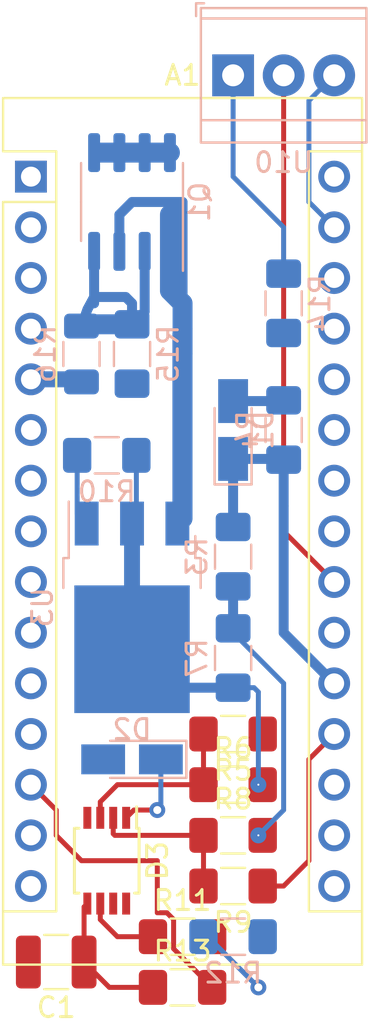
<source format=kicad_pcb>
(kicad_pcb (version 20171130) (host pcbnew "(5.1.6)-1")

  (general
    (thickness 1.6)
    (drawings 0)
    (tracks 115)
    (zones 0)
    (modules 22)
    (nets 41)
  )

  (page A4)
  (layers
    (0 F.Cu signal)
    (31 B.Cu signal)
    (32 B.Adhes user)
    (33 F.Adhes user)
    (34 B.Paste user)
    (35 F.Paste user)
    (36 B.SilkS user)
    (37 F.SilkS user)
    (38 B.Mask user)
    (39 F.Mask user)
    (40 Dwgs.User user)
    (41 Cmts.User user)
    (42 Eco1.User user)
    (43 Eco2.User user)
    (44 Edge.Cuts user)
    (45 Margin user)
    (46 B.CrtYd user)
    (47 F.CrtYd user)
    (48 B.Fab user hide)
    (49 F.Fab user hide)
  )

  (setup
    (last_trace_width 0.25)
    (trace_clearance 0.2)
    (zone_clearance 0.508)
    (zone_45_only no)
    (trace_min 0.2)
    (via_size 0.8)
    (via_drill 0.4)
    (via_min_size 0.4)
    (via_min_drill 0.3)
    (uvia_size 0.3)
    (uvia_drill 0.1)
    (uvias_allowed no)
    (uvia_min_size 0.2)
    (uvia_min_drill 0.1)
    (edge_width 0.05)
    (segment_width 0.2)
    (pcb_text_width 0.3)
    (pcb_text_size 1.5 1.5)
    (mod_edge_width 0.12)
    (mod_text_size 1 1)
    (mod_text_width 0.15)
    (pad_size 1.524 1.524)
    (pad_drill 0.762)
    (pad_to_mask_clearance 0.05)
    (aux_axis_origin 0 0)
    (visible_elements 7FFFFFFF)
    (pcbplotparams
      (layerselection 0x010fc_ffffffff)
      (usegerberextensions false)
      (usegerberattributes true)
      (usegerberadvancedattributes true)
      (creategerberjobfile true)
      (excludeedgelayer true)
      (linewidth 0.100000)
      (plotframeref false)
      (viasonmask false)
      (mode 1)
      (useauxorigin false)
      (hpglpennumber 1)
      (hpglpenspeed 20)
      (hpglpendiameter 15.000000)
      (psnegative false)
      (psa4output false)
      (plotreference true)
      (plotvalue true)
      (plotinvisibletext false)
      (padsonsilk false)
      (subtractmaskfromsilk false)
      (outputformat 1)
      (mirror false)
      (drillshape 1)
      (scaleselection 1)
      (outputdirectory ""))
  )

  (net 0 "")
  (net 1 "Net-(A1-Pad16)")
  (net 2 "Net-(A1-Pad15)")
  (net 3 +10V)
  (net 4 "Net-(A1-Pad14)")
  (net 5 "Net-(A1-Pad13)")
  (net 6 "Net-(A1-Pad28)")
  (net 7 "Net-(A1-Pad12)")
  (net 8 "Net-(A1-Pad27)")
  (net 9 "Net-(A1-Pad11)")
  (net 10 "Net-(A1-Pad26)")
  (net 11 "Net-(A1-Pad10)")
  (net 12 "Net-(A1-Pad25)")
  (net 13 "Net-(A1-Pad9)")
  (net 14 "Net-(A1-Pad24)")
  (net 15 "Net-(A1-Pad8)")
  (net 16 "Net-(A1-Pad23)")
  (net 17 "Net-(A1-Pad7)")
  (net 18 "Net-(A1-Pad22)")
  (net 19 "Net-(A1-Pad6)")
  (net 20 "Net-(A1-Pad21)")
  (net 21 "Net-(A1-Pad5)")
  (net 22 /A1)
  (net 23 GND)
  (net 24 "Net-(A1-Pad3)")
  (net 25 "Net-(A1-Pad18)")
  (net 26 "Net-(A1-Pad2)")
  (net 27 "Net-(A1-Pad17)")
  (net 28 "Net-(A1-Pad1)")
  (net 29 "Net-(Q1-Pad2)")
  (net 30 "Net-(C1-Pad1)")
  (net 31 "Net-(Q1-Pad7)")
  (net 32 "Net-(R1-Pad2)")
  (net 33 "Net-(R10-Pad2)")
  (net 34 "Net-(R14-Pad2)")
  (net 35 "Net-(D3-Pad7)")
  (net 36 "Net-(D3-Pad3)")
  (net 37 "Net-(D3-Pad6)")
  (net 38 "Net-(D3-Pad2)")
  (net 39 /1)
  (net 40 /VIN)

  (net_class Default "This is the default net class."
    (clearance 0.2)
    (trace_width 0.25)
    (via_dia 0.8)
    (via_drill 0.4)
    (uvia_dia 0.3)
    (uvia_drill 0.1)
    (add_net +10V)
    (add_net /1)
    (add_net /A1)
    (add_net /VIN)
    (add_net GND)
    (add_net "Net-(A1-Pad1)")
    (add_net "Net-(A1-Pad10)")
    (add_net "Net-(A1-Pad11)")
    (add_net "Net-(A1-Pad12)")
    (add_net "Net-(A1-Pad13)")
    (add_net "Net-(A1-Pad14)")
    (add_net "Net-(A1-Pad15)")
    (add_net "Net-(A1-Pad16)")
    (add_net "Net-(A1-Pad17)")
    (add_net "Net-(A1-Pad18)")
    (add_net "Net-(A1-Pad2)")
    (add_net "Net-(A1-Pad21)")
    (add_net "Net-(A1-Pad22)")
    (add_net "Net-(A1-Pad23)")
    (add_net "Net-(A1-Pad24)")
    (add_net "Net-(A1-Pad25)")
    (add_net "Net-(A1-Pad26)")
    (add_net "Net-(A1-Pad27)")
    (add_net "Net-(A1-Pad28)")
    (add_net "Net-(A1-Pad3)")
    (add_net "Net-(A1-Pad5)")
    (add_net "Net-(A1-Pad6)")
    (add_net "Net-(A1-Pad7)")
    (add_net "Net-(A1-Pad8)")
    (add_net "Net-(A1-Pad9)")
    (add_net "Net-(C1-Pad1)")
    (add_net "Net-(D3-Pad2)")
    (add_net "Net-(D3-Pad3)")
    (add_net "Net-(D3-Pad6)")
    (add_net "Net-(D3-Pad7)")
    (add_net "Net-(Q1-Pad2)")
    (add_net "Net-(Q1-Pad7)")
    (add_net "Net-(R1-Pad2)")
    (add_net "Net-(R10-Pad2)")
    (add_net "Net-(R14-Pad2)")
  )

  (module Package_SO:TSSOP-8_3x3mm_P0.65mm (layer F.Cu) (tedit 5A02F25C) (tstamp 5F479A32)
    (at 82.55 133.35 270)
    (descr "TSSOP8: plastic thin shrink small outline package; 8 leads; body width 3 mm; (see NXP SSOP-TSSOP-VSO-REFLOW.pdf and sot505-1_po.pdf)")
    (tags "SSOP 0.65")
    (path /5F4B2699)
    (attr smd)
    (fp_text reference D3 (at 0 -2.55 90) (layer F.SilkS)
      (effects (font (size 1 1) (thickness 0.15)))
    )
    (fp_text value lm358_11 (at 0 2.55 90) (layer F.Fab)
      (effects (font (size 1 1) (thickness 0.15)))
    )
    (fp_text user %R (at 0 0 90) (layer F.Fab)
      (effects (font (size 0.6 0.6) (thickness 0.15)))
    )
    (fp_line (start -0.5 -1.5) (end 1.5 -1.5) (layer F.Fab) (width 0.15))
    (fp_line (start 1.5 -1.5) (end 1.5 1.5) (layer F.Fab) (width 0.15))
    (fp_line (start 1.5 1.5) (end -1.5 1.5) (layer F.Fab) (width 0.15))
    (fp_line (start -1.5 1.5) (end -1.5 -0.5) (layer F.Fab) (width 0.15))
    (fp_line (start -1.5 -0.5) (end -0.5 -1.5) (layer F.Fab) (width 0.15))
    (fp_line (start -2.95 -1.8) (end -2.95 1.8) (layer F.CrtYd) (width 0.05))
    (fp_line (start 2.95 -1.8) (end 2.95 1.8) (layer F.CrtYd) (width 0.05))
    (fp_line (start -2.95 -1.8) (end 2.95 -1.8) (layer F.CrtYd) (width 0.05))
    (fp_line (start -2.95 1.8) (end 2.95 1.8) (layer F.CrtYd) (width 0.05))
    (fp_line (start -1.625 -1.625) (end -1.625 -1.5) (layer F.SilkS) (width 0.15))
    (fp_line (start 1.625 -1.625) (end 1.625 -1.4) (layer F.SilkS) (width 0.15))
    (fp_line (start 1.625 1.625) (end 1.625 1.4) (layer F.SilkS) (width 0.15))
    (fp_line (start -1.625 1.625) (end -1.625 1.4) (layer F.SilkS) (width 0.15))
    (fp_line (start -1.625 -1.625) (end 1.625 -1.625) (layer F.SilkS) (width 0.15))
    (fp_line (start -1.625 1.625) (end 1.625 1.625) (layer F.SilkS) (width 0.15))
    (fp_line (start -1.625 -1.5) (end -2.7 -1.5) (layer F.SilkS) (width 0.15))
    (pad 8 smd rect (at 2.15 -0.975 270) (size 1.1 0.4) (layers F.Cu F.Paste F.Mask)
      (net 40 /VIN))
    (pad 7 smd rect (at 2.15 -0.325 270) (size 1.1 0.4) (layers F.Cu F.Paste F.Mask)
      (net 35 "Net-(D3-Pad7)"))
    (pad 6 smd rect (at 2.15 0.325 270) (size 1.1 0.4) (layers F.Cu F.Paste F.Mask)
      (net 37 "Net-(D3-Pad6)"))
    (pad 5 smd rect (at 2.15 0.975 270) (size 1.1 0.4) (layers F.Cu F.Paste F.Mask)
      (net 30 "Net-(C1-Pad1)"))
    (pad 4 smd rect (at -2.15 0.975 270) (size 1.1 0.4) (layers F.Cu F.Paste F.Mask)
      (net 23 GND))
    (pad 3 smd rect (at -2.15 0.325 270) (size 1.1 0.4) (layers F.Cu F.Paste F.Mask)
      (net 36 "Net-(D3-Pad3)"))
    (pad 2 smd rect (at -2.15 -0.325 270) (size 1.1 0.4) (layers F.Cu F.Paste F.Mask)
      (net 38 "Net-(D3-Pad2)"))
    (pad 1 smd rect (at -2.15 -0.975 270) (size 1.1 0.4) (layers F.Cu F.Paste F.Mask)
      (net 39 /1))
    (model ${KISYS3DMOD}/Package_SO.3dshapes/TSSOP-8_3x3mm_P0.65mm.wrl
      (at (xyz 0 0 0))
      (scale (xyz 1 1 1))
      (rotate (xyz 0 0 0))
    )
  )

  (module TerminalBlock_TE-Connectivity:TerminalBlock_TE_282834-3_1x03_P2.54mm_Horizontal (layer B.Cu) (tedit 5B1EC513) (tstamp 5F46DC91)
    (at 88.9 93.98)
    (descr "Terminal Block TE 282834-3, 3 pins, pitch 2.54mm, size 8.08x6.5mm^2, drill diamater 1.1mm, pad diameter 2.1mm, see http://www.te.com/commerce/DocumentDelivery/DDEController?Action=showdoc&DocId=Customer+Drawing%7F282834%7FC1%7Fpdf%7FEnglish%7FENG_CD_282834_C1.pdf, script-generated using https://github.com/pointhi/kicad-footprint-generator/scripts/TerminalBlock_TE-Connectivity")
    (tags "THT Terminal Block TE 282834-3 pitch 2.54mm size 8.08x6.5mm^2 drill 1.1mm pad 2.1mm")
    (path /5F400023)
    (fp_text reference U10 (at 2.54 4.37) (layer B.SilkS)
      (effects (font (size 1 1) (thickness 0.15)) (justify mirror))
    )
    (fp_text value LM355 (at 2.54 -4.37) (layer B.Fab)
      (effects (font (size 1 1) (thickness 0.15)) (justify mirror))
    )
    (fp_line (start 7.08 3.75) (end -2 3.75) (layer B.CrtYd) (width 0.05))
    (fp_line (start 7.08 -3.75) (end 7.08 3.75) (layer B.CrtYd) (width 0.05))
    (fp_line (start -2 -3.75) (end 7.08 -3.75) (layer B.CrtYd) (width 0.05))
    (fp_line (start -2 3.75) (end -2 -3.75) (layer B.CrtYd) (width 0.05))
    (fp_line (start -1.86 -3.61) (end -1.46 -3.61) (layer B.SilkS) (width 0.12))
    (fp_line (start -1.86 -2.97) (end -1.86 -3.61) (layer B.SilkS) (width 0.12))
    (fp_line (start 5.781 0.835) (end 4.246 -0.7) (layer B.Fab) (width 0.1))
    (fp_line (start 5.915 0.7) (end 4.38 -0.835) (layer B.Fab) (width 0.1))
    (fp_line (start 3.241 0.835) (end 1.706 -0.7) (layer B.Fab) (width 0.1))
    (fp_line (start 3.375 0.7) (end 1.84 -0.835) (layer B.Fab) (width 0.1))
    (fp_line (start 0.701 0.835) (end -0.835 -0.7) (layer B.Fab) (width 0.1))
    (fp_line (start 0.835 0.7) (end -0.701 -0.835) (layer B.Fab) (width 0.1))
    (fp_line (start 6.7 3.37) (end 6.7 -3.37) (layer B.SilkS) (width 0.12))
    (fp_line (start -1.62 3.37) (end -1.62 -3.37) (layer B.SilkS) (width 0.12))
    (fp_line (start -1.62 -3.37) (end 6.7 -3.37) (layer B.SilkS) (width 0.12))
    (fp_line (start -1.62 3.37) (end 6.7 3.37) (layer B.SilkS) (width 0.12))
    (fp_line (start -1.62 2.25) (end 6.7 2.25) (layer B.SilkS) (width 0.12))
    (fp_line (start -1.5 2.25) (end 6.58 2.25) (layer B.Fab) (width 0.1))
    (fp_line (start -1.62 -2.85) (end 6.7 -2.85) (layer B.SilkS) (width 0.12))
    (fp_line (start -1.5 -2.85) (end 6.58 -2.85) (layer B.Fab) (width 0.1))
    (fp_line (start -1.5 -2.85) (end -1.5 3.25) (layer B.Fab) (width 0.1))
    (fp_line (start -1.1 -3.25) (end -1.5 -2.85) (layer B.Fab) (width 0.1))
    (fp_line (start 6.58 -3.25) (end -1.1 -3.25) (layer B.Fab) (width 0.1))
    (fp_line (start 6.58 3.25) (end 6.58 -3.25) (layer B.Fab) (width 0.1))
    (fp_line (start -1.5 3.25) (end 6.58 3.25) (layer B.Fab) (width 0.1))
    (fp_circle (center 5.08 0) (end 6.18 0) (layer B.Fab) (width 0.1))
    (fp_circle (center 2.54 0) (end 3.64 0) (layer B.Fab) (width 0.1))
    (fp_circle (center 0 0) (end 1.1 0) (layer B.Fab) (width 0.1))
    (fp_text user %R (at 5.08 3.81) (layer B.Fab)
      (effects (font (size 1 1) (thickness 0.15)) (justify mirror))
    )
    (pad 3 thru_hole circle (at 5.08 0) (size 2.1 2.1) (drill 1.1) (layers *.Cu *.Mask)
      (net 23 GND))
    (pad 2 thru_hole circle (at 2.54 0) (size 2.1 2.1) (drill 1.1) (layers *.Cu *.Mask)
      (net 18 "Net-(A1-Pad22)"))
    (pad 1 thru_hole rect (at 0 0) (size 2.1 2.1) (drill 1.1) (layers *.Cu *.Mask)
      (net 34 "Net-(R14-Pad2)"))
    (model ${KISYS3DMOD}/TerminalBlock_TE-Connectivity.3dshapes/TerminalBlock_TE_282834-3_1x03_P2.54mm_Horizontal.wrl
      (at (xyz 0 0 0))
      (scale (xyz 1 1 1))
      (rotate (xyz 0 0 0))
    )
  )

  (module Module:Arduino_Nano (layer F.Cu) (tedit 58ACAF70) (tstamp 5F46DACC)
    (at 78.74 99.06)
    (descr "Arduino Nano, http://www.mouser.com/pdfdocs/Gravitech_Arduino_Nano3_0.pdf")
    (tags "Arduino Nano")
    (path /5F3FA74F)
    (fp_text reference A1 (at 7.62 -5.08) (layer F.SilkS)
      (effects (font (size 1 1) (thickness 0.15)))
    )
    (fp_text value Arduino_Nano_v3.x (at 8.89 19.05 90) (layer F.Fab)
      (effects (font (size 1 1) (thickness 0.15)))
    )
    (fp_line (start 1.27 1.27) (end 1.27 -1.27) (layer F.SilkS) (width 0.12))
    (fp_line (start 1.27 -1.27) (end -1.4 -1.27) (layer F.SilkS) (width 0.12))
    (fp_line (start -1.4 1.27) (end -1.4 39.5) (layer F.SilkS) (width 0.12))
    (fp_line (start -1.4 -3.94) (end -1.4 -1.27) (layer F.SilkS) (width 0.12))
    (fp_line (start 13.97 -1.27) (end 16.64 -1.27) (layer F.SilkS) (width 0.12))
    (fp_line (start 13.97 -1.27) (end 13.97 36.83) (layer F.SilkS) (width 0.12))
    (fp_line (start 13.97 36.83) (end 16.64 36.83) (layer F.SilkS) (width 0.12))
    (fp_line (start 1.27 1.27) (end -1.4 1.27) (layer F.SilkS) (width 0.12))
    (fp_line (start 1.27 1.27) (end 1.27 36.83) (layer F.SilkS) (width 0.12))
    (fp_line (start 1.27 36.83) (end -1.4 36.83) (layer F.SilkS) (width 0.12))
    (fp_line (start 3.81 31.75) (end 11.43 31.75) (layer F.Fab) (width 0.1))
    (fp_line (start 11.43 31.75) (end 11.43 41.91) (layer F.Fab) (width 0.1))
    (fp_line (start 11.43 41.91) (end 3.81 41.91) (layer F.Fab) (width 0.1))
    (fp_line (start 3.81 41.91) (end 3.81 31.75) (layer F.Fab) (width 0.1))
    (fp_line (start -1.4 39.5) (end 16.64 39.5) (layer F.SilkS) (width 0.12))
    (fp_line (start 16.64 39.5) (end 16.64 -3.94) (layer F.SilkS) (width 0.12))
    (fp_line (start 16.64 -3.94) (end -1.4 -3.94) (layer F.SilkS) (width 0.12))
    (fp_line (start 16.51 39.37) (end -1.27 39.37) (layer F.Fab) (width 0.1))
    (fp_line (start -1.27 39.37) (end -1.27 -2.54) (layer F.Fab) (width 0.1))
    (fp_line (start -1.27 -2.54) (end 0 -3.81) (layer F.Fab) (width 0.1))
    (fp_line (start 0 -3.81) (end 16.51 -3.81) (layer F.Fab) (width 0.1))
    (fp_line (start 16.51 -3.81) (end 16.51 39.37) (layer F.Fab) (width 0.1))
    (fp_line (start -1.53 -4.06) (end 16.75 -4.06) (layer F.CrtYd) (width 0.05))
    (fp_line (start -1.53 -4.06) (end -1.53 42.16) (layer F.CrtYd) (width 0.05))
    (fp_line (start 16.75 42.16) (end 16.75 -4.06) (layer F.CrtYd) (width 0.05))
    (fp_line (start 16.75 42.16) (end -1.53 42.16) (layer F.CrtYd) (width 0.05))
    (fp_text user %R (at 6.35 19.05 90) (layer F.Fab)
      (effects (font (size 1 1) (thickness 0.15)))
    )
    (pad 1 thru_hole rect (at 0 0) (size 1.6 1.6) (drill 1) (layers *.Cu *.Mask)
      (net 28 "Net-(A1-Pad1)"))
    (pad 17 thru_hole oval (at 15.24 33.02) (size 1.6 1.6) (drill 1) (layers *.Cu *.Mask)
      (net 27 "Net-(A1-Pad17)"))
    (pad 2 thru_hole oval (at 0 2.54) (size 1.6 1.6) (drill 1) (layers *.Cu *.Mask)
      (net 26 "Net-(A1-Pad2)"))
    (pad 18 thru_hole oval (at 15.24 30.48) (size 1.6 1.6) (drill 1) (layers *.Cu *.Mask)
      (net 25 "Net-(A1-Pad18)"))
    (pad 3 thru_hole oval (at 0 5.08) (size 1.6 1.6) (drill 1) (layers *.Cu *.Mask)
      (net 24 "Net-(A1-Pad3)"))
    (pad 19 thru_hole oval (at 15.24 27.94) (size 1.6 1.6) (drill 1) (layers *.Cu *.Mask)
      (net 39 /1))
    (pad 4 thru_hole oval (at 0 7.62) (size 1.6 1.6) (drill 1) (layers *.Cu *.Mask)
      (net 23 GND))
    (pad 20 thru_hole oval (at 15.24 25.4) (size 1.6 1.6) (drill 1) (layers *.Cu *.Mask)
      (net 22 /A1))
    (pad 5 thru_hole oval (at 0 10.16) (size 1.6 1.6) (drill 1) (layers *.Cu *.Mask)
      (net 21 "Net-(A1-Pad5)"))
    (pad 21 thru_hole oval (at 15.24 22.86) (size 1.6 1.6) (drill 1) (layers *.Cu *.Mask)
      (net 20 "Net-(A1-Pad21)"))
    (pad 6 thru_hole oval (at 0 12.7) (size 1.6 1.6) (drill 1) (layers *.Cu *.Mask)
      (net 19 "Net-(A1-Pad6)"))
    (pad 22 thru_hole oval (at 15.24 20.32) (size 1.6 1.6) (drill 1) (layers *.Cu *.Mask)
      (net 18 "Net-(A1-Pad22)"))
    (pad 7 thru_hole oval (at 0 15.24) (size 1.6 1.6) (drill 1) (layers *.Cu *.Mask)
      (net 17 "Net-(A1-Pad7)"))
    (pad 23 thru_hole oval (at 15.24 17.78) (size 1.6 1.6) (drill 1) (layers *.Cu *.Mask)
      (net 16 "Net-(A1-Pad23)"))
    (pad 8 thru_hole oval (at 0 17.78) (size 1.6 1.6) (drill 1) (layers *.Cu *.Mask)
      (net 15 "Net-(A1-Pad8)"))
    (pad 24 thru_hole oval (at 15.24 15.24) (size 1.6 1.6) (drill 1) (layers *.Cu *.Mask)
      (net 14 "Net-(A1-Pad24)"))
    (pad 9 thru_hole oval (at 0 20.32) (size 1.6 1.6) (drill 1) (layers *.Cu *.Mask)
      (net 13 "Net-(A1-Pad9)"))
    (pad 25 thru_hole oval (at 15.24 12.7) (size 1.6 1.6) (drill 1) (layers *.Cu *.Mask)
      (net 12 "Net-(A1-Pad25)"))
    (pad 10 thru_hole oval (at 0 22.86) (size 1.6 1.6) (drill 1) (layers *.Cu *.Mask)
      (net 11 "Net-(A1-Pad10)"))
    (pad 26 thru_hole oval (at 15.24 10.16) (size 1.6 1.6) (drill 1) (layers *.Cu *.Mask)
      (net 10 "Net-(A1-Pad26)"))
    (pad 11 thru_hole oval (at 0 25.4) (size 1.6 1.6) (drill 1) (layers *.Cu *.Mask)
      (net 9 "Net-(A1-Pad11)"))
    (pad 27 thru_hole oval (at 15.24 7.62) (size 1.6 1.6) (drill 1) (layers *.Cu *.Mask)
      (net 8 "Net-(A1-Pad27)"))
    (pad 12 thru_hole oval (at 0 27.94) (size 1.6 1.6) (drill 1) (layers *.Cu *.Mask)
      (net 7 "Net-(A1-Pad12)"))
    (pad 28 thru_hole oval (at 15.24 5.08) (size 1.6 1.6) (drill 1) (layers *.Cu *.Mask)
      (net 6 "Net-(A1-Pad28)"))
    (pad 13 thru_hole oval (at 0 30.48) (size 1.6 1.6) (drill 1) (layers *.Cu *.Mask)
      (net 5 "Net-(A1-Pad13)"))
    (pad 29 thru_hole oval (at 15.24 2.54) (size 1.6 1.6) (drill 1) (layers *.Cu *.Mask)
      (net 23 GND))
    (pad 14 thru_hole oval (at 0 33.02) (size 1.6 1.6) (drill 1) (layers *.Cu *.Mask)
      (net 4 "Net-(A1-Pad14)"))
    (pad 30 thru_hole oval (at 15.24 0) (size 1.6 1.6) (drill 1) (layers *.Cu *.Mask)
      (net 3 +10V))
    (pad 15 thru_hole oval (at 0 35.56) (size 1.6 1.6) (drill 1) (layers *.Cu *.Mask)
      (net 2 "Net-(A1-Pad15)"))
    (pad 16 thru_hole oval (at 15.24 35.56) (size 1.6 1.6) (drill 1) (layers *.Cu *.Mask)
      (net 1 "Net-(A1-Pad16)"))
    (model ${KISYS3DMOD}/Module.3dshapes/Arduino_Nano_WithMountingHoles.wrl
      (at (xyz 0 0 0))
      (scale (xyz 1 1 1))
      (rotate (xyz 0 0 0))
    )
  )

  (module Capacitor_SMD:C_1206_3216Metric_Pad1.42x1.75mm_HandSolder (layer B.Cu) (tedit 5B301BBE) (tstamp 5F46DBAF)
    (at 82.55 113.03)
    (descr "Capacitor SMD 1206 (3216 Metric), square (rectangular) end terminal, IPC_7351 nominal with elongated pad for handsoldering. (Body size source: http://www.tortai-tech.com/upload/download/2011102023233369053.pdf), generated with kicad-footprint-generator")
    (tags "capacitor handsolder")
    (path /5F477C35)
    (attr smd)
    (fp_text reference R10 (at 0 1.82) (layer B.SilkS)
      (effects (font (size 1 1) (thickness 0.15)) (justify mirror))
    )
    (fp_text value 330 (at 0 -1.82) (layer B.Fab)
      (effects (font (size 1 1) (thickness 0.15)) (justify mirror))
    )
    (fp_line (start 2.45 -1.12) (end -2.45 -1.12) (layer B.CrtYd) (width 0.05))
    (fp_line (start 2.45 1.12) (end 2.45 -1.12) (layer B.CrtYd) (width 0.05))
    (fp_line (start -2.45 1.12) (end 2.45 1.12) (layer B.CrtYd) (width 0.05))
    (fp_line (start -2.45 -1.12) (end -2.45 1.12) (layer B.CrtYd) (width 0.05))
    (fp_line (start -0.602064 -0.91) (end 0.602064 -0.91) (layer B.SilkS) (width 0.12))
    (fp_line (start -0.602064 0.91) (end 0.602064 0.91) (layer B.SilkS) (width 0.12))
    (fp_line (start 1.6 -0.8) (end -1.6 -0.8) (layer B.Fab) (width 0.1))
    (fp_line (start 1.6 0.8) (end 1.6 -0.8) (layer B.Fab) (width 0.1))
    (fp_line (start -1.6 0.8) (end 1.6 0.8) (layer B.Fab) (width 0.1))
    (fp_line (start -1.6 -0.8) (end -1.6 0.8) (layer B.Fab) (width 0.1))
    (fp_text user %R (at 0 0) (layer B.Fab)
      (effects (font (size 0.8 0.8) (thickness 0.12)) (justify mirror))
    )
    (pad 2 smd roundrect (at 1.4875 0) (size 1.425 1.75) (layers B.Cu B.Paste B.Mask) (roundrect_rratio 0.175439)
      (net 33 "Net-(R10-Pad2)"))
    (pad 1 smd roundrect (at -1.4875 0) (size 1.425 1.75) (layers B.Cu B.Paste B.Mask) (roundrect_rratio 0.175439)
      (net 35 "Net-(D3-Pad7)"))
    (model ${KISYS3DMOD}/Capacitor_SMD.3dshapes/C_1206_3216Metric.wrl
      (at (xyz 0 0 0))
      (scale (xyz 1 1 1))
      (rotate (xyz 0 0 0))
    )
  )

  (module Package_TO_SOT_SMD:TO-252-3_TabPin2 (layer B.Cu) (tedit 5A70F30B) (tstamp 5F46DC6D)
    (at 83.82 120.65 270)
    (descr "TO-252 / DPAK SMD package, http://www.infineon.com/cms/en/product/packages/PG-TO252/PG-TO252-3-1/")
    (tags "DPAK TO-252 DPAK-3 TO-252-3 SOT-428")
    (path /5F4C171E)
    (attr smd)
    (fp_text reference U3 (at 0 4.5 90) (layer B.SilkS)
      (effects (font (size 1 1) (thickness 0.15)) (justify mirror))
    )
    (fp_text value LM317_TO-252 (at 0 -4.5 90) (layer B.Fab)
      (effects (font (size 1 1) (thickness 0.15)) (justify mirror))
    )
    (fp_line (start 3.95 2.7) (end 4.95 2.7) (layer B.Fab) (width 0.1))
    (fp_line (start 4.95 2.7) (end 4.95 -2.7) (layer B.Fab) (width 0.1))
    (fp_line (start 4.95 -2.7) (end 3.95 -2.7) (layer B.Fab) (width 0.1))
    (fp_line (start 3.95 3.25) (end 3.95 -3.25) (layer B.Fab) (width 0.1))
    (fp_line (start 3.95 -3.25) (end -2.27 -3.25) (layer B.Fab) (width 0.1))
    (fp_line (start -2.27 -3.25) (end -2.27 2.25) (layer B.Fab) (width 0.1))
    (fp_line (start -2.27 2.25) (end -1.27 3.25) (layer B.Fab) (width 0.1))
    (fp_line (start -1.27 3.25) (end 3.95 3.25) (layer B.Fab) (width 0.1))
    (fp_line (start -1.865 2.655) (end -4.97 2.655) (layer B.Fab) (width 0.1))
    (fp_line (start -4.97 2.655) (end -4.97 1.905) (layer B.Fab) (width 0.1))
    (fp_line (start -4.97 1.905) (end -2.27 1.905) (layer B.Fab) (width 0.1))
    (fp_line (start -2.27 0.375) (end -4.97 0.375) (layer B.Fab) (width 0.1))
    (fp_line (start -4.97 0.375) (end -4.97 -0.375) (layer B.Fab) (width 0.1))
    (fp_line (start -4.97 -0.375) (end -2.27 -0.375) (layer B.Fab) (width 0.1))
    (fp_line (start -2.27 -1.905) (end -4.97 -1.905) (layer B.Fab) (width 0.1))
    (fp_line (start -4.97 -1.905) (end -4.97 -2.655) (layer B.Fab) (width 0.1))
    (fp_line (start -4.97 -2.655) (end -2.27 -2.655) (layer B.Fab) (width 0.1))
    (fp_line (start -0.97 3.45) (end -2.47 3.45) (layer B.SilkS) (width 0.12))
    (fp_line (start -2.47 3.45) (end -2.47 3.18) (layer B.SilkS) (width 0.12))
    (fp_line (start -2.47 3.18) (end -5.3 3.18) (layer B.SilkS) (width 0.12))
    (fp_line (start -0.97 -3.45) (end -2.47 -3.45) (layer B.SilkS) (width 0.12))
    (fp_line (start -2.47 -3.45) (end -2.47 -3.18) (layer B.SilkS) (width 0.12))
    (fp_line (start -2.47 -3.18) (end -3.57 -3.18) (layer B.SilkS) (width 0.12))
    (fp_line (start -5.55 3.5) (end -5.55 -3.5) (layer B.CrtYd) (width 0.05))
    (fp_line (start -5.55 -3.5) (end 5.55 -3.5) (layer B.CrtYd) (width 0.05))
    (fp_line (start 5.55 -3.5) (end 5.55 3.5) (layer B.CrtYd) (width 0.05))
    (fp_line (start 5.55 3.5) (end -5.55 3.5) (layer B.CrtYd) (width 0.05))
    (fp_text user %R (at 0 0 90) (layer B.Fab)
      (effects (font (size 1 1) (thickness 0.15)) (justify mirror))
    )
    (pad "" smd rect (at 0.425 -1.525 270) (size 3.05 2.75) (layers B.Paste))
    (pad "" smd rect (at 3.775 1.525 270) (size 3.05 2.75) (layers B.Paste))
    (pad "" smd rect (at 0.425 1.525 270) (size 3.05 2.75) (layers B.Paste))
    (pad "" smd rect (at 3.775 -1.525 270) (size 3.05 2.75) (layers B.Paste))
    (pad 2 smd rect (at 2.1 0 270) (size 6.4 5.8) (layers B.Cu B.Mask)
      (net 33 "Net-(R10-Pad2)"))
    (pad 3 smd rect (at -4.2 -2.28 270) (size 2.2 1.2) (layers B.Cu B.Paste B.Mask)
      (net 31 "Net-(Q1-Pad7)"))
    (pad 2 smd rect (at -4.2 0 270) (size 2.2 1.2) (layers B.Cu B.Paste B.Mask)
      (net 33 "Net-(R10-Pad2)"))
    (pad 1 smd rect (at -4.2 2.28 270) (size 2.2 1.2) (layers B.Cu B.Paste B.Mask)
      (net 35 "Net-(D3-Pad7)"))
    (model ${KISYS3DMOD}/Package_TO_SOT_SMD.3dshapes/TO-252-3_TabPin2.wrl
      (at (xyz 0 0 0))
      (scale (xyz 1 1 1))
      (rotate (xyz 0 0 0))
    )
  )

  (module Capacitor_SMD:C_1206_3216Metric (layer B.Cu) (tedit 5B301BBE) (tstamp 5F46DC15)
    (at 81.28 107.95 270)
    (descr "Capacitor SMD 1206 (3216 Metric), square (rectangular) end terminal, IPC_7351 nominal, (Body size source: http://www.tortai-tech.com/upload/download/2011102023233369053.pdf), generated with kicad-footprint-generator")
    (tags capacitor)
    (path /5F4D13E3)
    (attr smd)
    (fp_text reference R16 (at 0 1.82 270) (layer B.SilkS)
      (effects (font (size 1 1) (thickness 0.15)) (justify mirror))
    )
    (fp_text value 100 (at 0 -1.82 270) (layer B.Fab)
      (effects (font (size 1 1) (thickness 0.15)) (justify mirror))
    )
    (fp_line (start 2.28 -1.12) (end -2.28 -1.12) (layer B.CrtYd) (width 0.05))
    (fp_line (start 2.28 1.12) (end 2.28 -1.12) (layer B.CrtYd) (width 0.05))
    (fp_line (start -2.28 1.12) (end 2.28 1.12) (layer B.CrtYd) (width 0.05))
    (fp_line (start -2.28 -1.12) (end -2.28 1.12) (layer B.CrtYd) (width 0.05))
    (fp_line (start -0.602064 -0.91) (end 0.602064 -0.91) (layer B.SilkS) (width 0.12))
    (fp_line (start -0.602064 0.91) (end 0.602064 0.91) (layer B.SilkS) (width 0.12))
    (fp_line (start 1.6 -0.8) (end -1.6 -0.8) (layer B.Fab) (width 0.1))
    (fp_line (start 1.6 0.8) (end 1.6 -0.8) (layer B.Fab) (width 0.1))
    (fp_line (start -1.6 0.8) (end 1.6 0.8) (layer B.Fab) (width 0.1))
    (fp_line (start -1.6 -0.8) (end -1.6 0.8) (layer B.Fab) (width 0.1))
    (fp_text user %R (at 0 0 270) (layer B.Fab)
      (effects (font (size 0.8 0.8) (thickness 0.12)) (justify mirror))
    )
    (pad 2 smd roundrect (at 1.4 0 270) (size 1.25 1.75) (layers B.Cu B.Paste B.Mask) (roundrect_rratio 0.2)
      (net 21 "Net-(A1-Pad5)"))
    (pad 1 smd roundrect (at -1.4 0 270) (size 1.25 1.75) (layers B.Cu B.Paste B.Mask) (roundrect_rratio 0.2)
      (net 29 "Net-(Q1-Pad2)"))
    (model ${KISYS3DMOD}/Capacitor_SMD.3dshapes/C_1206_3216Metric.wrl
      (at (xyz 0 0 0))
      (scale (xyz 1 1 1))
      (rotate (xyz 0 0 0))
    )
  )

  (module Capacitor_SMD:C_1206_3216Metric_Pad1.42x1.75mm_HandSolder (layer B.Cu) (tedit 5B301BBE) (tstamp 5F46DC04)
    (at 83.82 107.95 90)
    (descr "Capacitor SMD 1206 (3216 Metric), square (rectangular) end terminal, IPC_7351 nominal with elongated pad for handsoldering. (Body size source: http://www.tortai-tech.com/upload/download/2011102023233369053.pdf), generated with kicad-footprint-generator")
    (tags "capacitor handsolder")
    (path /5F4D1CD8)
    (attr smd)
    (fp_text reference R15 (at 0 1.82 90) (layer B.SilkS)
      (effects (font (size 1 1) (thickness 0.15)) (justify mirror))
    )
    (fp_text value 20k (at 0 -1.82 90) (layer B.Fab)
      (effects (font (size 1 1) (thickness 0.15)) (justify mirror))
    )
    (fp_line (start 2.45 -1.12) (end -2.45 -1.12) (layer B.CrtYd) (width 0.05))
    (fp_line (start 2.45 1.12) (end 2.45 -1.12) (layer B.CrtYd) (width 0.05))
    (fp_line (start -2.45 1.12) (end 2.45 1.12) (layer B.CrtYd) (width 0.05))
    (fp_line (start -2.45 -1.12) (end -2.45 1.12) (layer B.CrtYd) (width 0.05))
    (fp_line (start -0.602064 -0.91) (end 0.602064 -0.91) (layer B.SilkS) (width 0.12))
    (fp_line (start -0.602064 0.91) (end 0.602064 0.91) (layer B.SilkS) (width 0.12))
    (fp_line (start 1.6 -0.8) (end -1.6 -0.8) (layer B.Fab) (width 0.1))
    (fp_line (start 1.6 0.8) (end 1.6 -0.8) (layer B.Fab) (width 0.1))
    (fp_line (start -1.6 0.8) (end 1.6 0.8) (layer B.Fab) (width 0.1))
    (fp_line (start -1.6 -0.8) (end -1.6 0.8) (layer B.Fab) (width 0.1))
    (fp_text user %R (at 0 0 90) (layer B.Fab)
      (effects (font (size 0.8 0.8) (thickness 0.12)) (justify mirror))
    )
    (pad 2 smd roundrect (at 1.4875 0 90) (size 1.425 1.75) (layers B.Cu B.Paste B.Mask) (roundrect_rratio 0.175439)
      (net 29 "Net-(Q1-Pad2)"))
    (pad 1 smd roundrect (at -1.4875 0 90) (size 1.425 1.75) (layers B.Cu B.Paste B.Mask) (roundrect_rratio 0.175439)
      (net 23 GND))
    (model ${KISYS3DMOD}/Capacitor_SMD.3dshapes/C_1206_3216Metric.wrl
      (at (xyz 0 0 0))
      (scale (xyz 1 1 1))
      (rotate (xyz 0 0 0))
    )
  )

  (module Capacitor_SMD:C_1206_3216Metric_Pad1.42x1.75mm_HandSolder (layer B.Cu) (tedit 5B301BBE) (tstamp 5F46DBF3)
    (at 91.44 105.41 90)
    (descr "Capacitor SMD 1206 (3216 Metric), square (rectangular) end terminal, IPC_7351 nominal with elongated pad for handsoldering. (Body size source: http://www.tortai-tech.com/upload/download/2011102023233369053.pdf), generated with kicad-footprint-generator")
    (tags "capacitor handsolder")
    (path /5F3FF4B5)
    (attr smd)
    (fp_text reference R14 (at 0 1.82 90) (layer B.SilkS)
      (effects (font (size 1 1) (thickness 0.15)) (justify mirror))
    )
    (fp_text value 4k (at 0 -1.82 90) (layer B.Fab)
      (effects (font (size 1 1) (thickness 0.15)) (justify mirror))
    )
    (fp_text user %R (at 0 0 90) (layer B.Fab)
      (effects (font (size 0.8 0.8) (thickness 0.12)) (justify mirror))
    )
    (fp_line (start -1.6 -0.8) (end -1.6 0.8) (layer B.Fab) (width 0.1))
    (fp_line (start -1.6 0.8) (end 1.6 0.8) (layer B.Fab) (width 0.1))
    (fp_line (start 1.6 0.8) (end 1.6 -0.8) (layer B.Fab) (width 0.1))
    (fp_line (start 1.6 -0.8) (end -1.6 -0.8) (layer B.Fab) (width 0.1))
    (fp_line (start -0.602064 0.91) (end 0.602064 0.91) (layer B.SilkS) (width 0.12))
    (fp_line (start -0.602064 -0.91) (end 0.602064 -0.91) (layer B.SilkS) (width 0.12))
    (fp_line (start -2.45 -1.12) (end -2.45 1.12) (layer B.CrtYd) (width 0.05))
    (fp_line (start -2.45 1.12) (end 2.45 1.12) (layer B.CrtYd) (width 0.05))
    (fp_line (start 2.45 1.12) (end 2.45 -1.12) (layer B.CrtYd) (width 0.05))
    (fp_line (start 2.45 -1.12) (end -2.45 -1.12) (layer B.CrtYd) (width 0.05))
    (pad 1 smd roundrect (at -1.4875 0 90) (size 1.425 1.75) (layers B.Cu B.Paste B.Mask) (roundrect_rratio 0.175439)
      (net 8 "Net-(A1-Pad27)"))
    (pad 2 smd roundrect (at 1.4875 0 90) (size 1.425 1.75) (layers B.Cu B.Paste B.Mask) (roundrect_rratio 0.175439)
      (net 34 "Net-(R14-Pad2)"))
    (model ${KISYS3DMOD}/Capacitor_SMD.3dshapes/C_1206_3216Metric.wrl
      (at (xyz 0 0 0))
      (scale (xyz 1 1 1))
      (rotate (xyz 0 0 0))
    )
  )

  (module Capacitor_SMD:C_1206_3216Metric_Pad1.42x1.75mm_HandSolder (layer F.Cu) (tedit 5B301BBE) (tstamp 5F46DBE2)
    (at 86.36 139.7)
    (descr "Capacitor SMD 1206 (3216 Metric), square (rectangular) end terminal, IPC_7351 nominal with elongated pad for handsoldering. (Body size source: http://www.tortai-tech.com/upload/download/2011102023233369053.pdf), generated with kicad-footprint-generator")
    (tags "capacitor handsolder")
    (path /5F45EC29)
    (attr smd)
    (fp_text reference R13 (at 0 -1.82) (layer F.SilkS)
      (effects (font (size 1 1) (thickness 0.15)))
    )
    (fp_text value 200k (at 0 1.82) (layer F.Fab)
      (effects (font (size 1 1) (thickness 0.15)))
    )
    (fp_line (start 2.45 1.12) (end -2.45 1.12) (layer F.CrtYd) (width 0.05))
    (fp_line (start 2.45 -1.12) (end 2.45 1.12) (layer F.CrtYd) (width 0.05))
    (fp_line (start -2.45 -1.12) (end 2.45 -1.12) (layer F.CrtYd) (width 0.05))
    (fp_line (start -2.45 1.12) (end -2.45 -1.12) (layer F.CrtYd) (width 0.05))
    (fp_line (start -0.602064 0.91) (end 0.602064 0.91) (layer F.SilkS) (width 0.12))
    (fp_line (start -0.602064 -0.91) (end 0.602064 -0.91) (layer F.SilkS) (width 0.12))
    (fp_line (start 1.6 0.8) (end -1.6 0.8) (layer F.Fab) (width 0.1))
    (fp_line (start 1.6 -0.8) (end 1.6 0.8) (layer F.Fab) (width 0.1))
    (fp_line (start -1.6 -0.8) (end 1.6 -0.8) (layer F.Fab) (width 0.1))
    (fp_line (start -1.6 0.8) (end -1.6 -0.8) (layer F.Fab) (width 0.1))
    (fp_text user %R (at 0 0) (layer F.Fab)
      (effects (font (size 0.8 0.8) (thickness 0.12)))
    )
    (pad 2 smd roundrect (at 1.4875 0) (size 1.425 1.75) (layers F.Cu F.Paste F.Mask) (roundrect_rratio 0.175439)
      (net 5 "Net-(A1-Pad13)"))
    (pad 1 smd roundrect (at -1.4875 0) (size 1.425 1.75) (layers F.Cu F.Paste F.Mask) (roundrect_rratio 0.175439)
      (net 30 "Net-(C1-Pad1)"))
    (model ${KISYS3DMOD}/Capacitor_SMD.3dshapes/C_1206_3216Metric.wrl
      (at (xyz 0 0 0))
      (scale (xyz 1 1 1))
      (rotate (xyz 0 0 0))
    )
  )

  (module Capacitor_SMD:C_1206_3216Metric_Pad1.42x1.75mm_HandSolder (layer B.Cu) (tedit 5B301BBE) (tstamp 5F46DBD1)
    (at 88.9 137.16)
    (descr "Capacitor SMD 1206 (3216 Metric), square (rectangular) end terminal, IPC_7351 nominal with elongated pad for handsoldering. (Body size source: http://www.tortai-tech.com/upload/download/2011102023233369053.pdf), generated with kicad-footprint-generator")
    (tags "capacitor handsolder")
    (path /5F4587E9)
    (attr smd)
    (fp_text reference R12 (at 0 1.82 -180) (layer B.SilkS)
      (effects (font (size 1 1) (thickness 0.15)) (justify mirror))
    )
    (fp_text value 80k (at 0 -1.82 -180) (layer B.Fab)
      (effects (font (size 1 1) (thickness 0.15)) (justify mirror))
    )
    (fp_line (start 2.45 -1.12) (end -2.45 -1.12) (layer B.CrtYd) (width 0.05))
    (fp_line (start 2.45 1.12) (end 2.45 -1.12) (layer B.CrtYd) (width 0.05))
    (fp_line (start -2.45 1.12) (end 2.45 1.12) (layer B.CrtYd) (width 0.05))
    (fp_line (start -2.45 -1.12) (end -2.45 1.12) (layer B.CrtYd) (width 0.05))
    (fp_line (start -0.602064 -0.91) (end 0.602064 -0.91) (layer B.SilkS) (width 0.12))
    (fp_line (start -0.602064 0.91) (end 0.602064 0.91) (layer B.SilkS) (width 0.12))
    (fp_line (start 1.6 -0.8) (end -1.6 -0.8) (layer B.Fab) (width 0.1))
    (fp_line (start 1.6 0.8) (end 1.6 -0.8) (layer B.Fab) (width 0.1))
    (fp_line (start -1.6 0.8) (end 1.6 0.8) (layer B.Fab) (width 0.1))
    (fp_line (start -1.6 -0.8) (end -1.6 0.8) (layer B.Fab) (width 0.1))
    (fp_text user %R (at 0 0 -180) (layer B.Fab)
      (effects (font (size 0.8 0.8) (thickness 0.12)) (justify mirror))
    )
    (pad 2 smd roundrect (at 1.4875 0) (size 1.425 1.75) (layers B.Cu B.Paste B.Mask) (roundrect_rratio 0.175439)
      (net 23 GND))
    (pad 1 smd roundrect (at -1.4875 0) (size 1.425 1.75) (layers B.Cu B.Paste B.Mask) (roundrect_rratio 0.175439)
      (net 35 "Net-(D3-Pad7)"))
    (model ${KISYS3DMOD}/Capacitor_SMD.3dshapes/C_1206_3216Metric.wrl
      (at (xyz 0 0 0))
      (scale (xyz 1 1 1))
      (rotate (xyz 0 0 0))
    )
  )

  (module Capacitor_SMD:C_1206_3216Metric_Pad1.42x1.75mm_HandSolder (layer F.Cu) (tedit 5B301BBE) (tstamp 5F46DBC0)
    (at 86.36 137.16)
    (descr "Capacitor SMD 1206 (3216 Metric), square (rectangular) end terminal, IPC_7351 nominal with elongated pad for handsoldering. (Body size source: http://www.tortai-tech.com/upload/download/2011102023233369053.pdf), generated with kicad-footprint-generator")
    (tags "capacitor handsolder")
    (path /5F44A08F)
    (attr smd)
    (fp_text reference R11 (at 0 -1.82) (layer F.SilkS)
      (effects (font (size 1 1) (thickness 0.15)))
    )
    (fp_text value 100k (at 0 1.82) (layer F.Fab)
      (effects (font (size 1 1) (thickness 0.15)))
    )
    (fp_line (start 2.45 1.12) (end -2.45 1.12) (layer F.CrtYd) (width 0.05))
    (fp_line (start 2.45 -1.12) (end 2.45 1.12) (layer F.CrtYd) (width 0.05))
    (fp_line (start -2.45 -1.12) (end 2.45 -1.12) (layer F.CrtYd) (width 0.05))
    (fp_line (start -2.45 1.12) (end -2.45 -1.12) (layer F.CrtYd) (width 0.05))
    (fp_line (start -0.602064 0.91) (end 0.602064 0.91) (layer F.SilkS) (width 0.12))
    (fp_line (start -0.602064 -0.91) (end 0.602064 -0.91) (layer F.SilkS) (width 0.12))
    (fp_line (start 1.6 0.8) (end -1.6 0.8) (layer F.Fab) (width 0.1))
    (fp_line (start 1.6 -0.8) (end 1.6 0.8) (layer F.Fab) (width 0.1))
    (fp_line (start -1.6 -0.8) (end 1.6 -0.8) (layer F.Fab) (width 0.1))
    (fp_line (start -1.6 0.8) (end -1.6 -0.8) (layer F.Fab) (width 0.1))
    (fp_text user %R (at 0 0) (layer F.Fab)
      (effects (font (size 0.8 0.8) (thickness 0.12)))
    )
    (pad 2 smd roundrect (at 1.4875 0) (size 1.425 1.75) (layers F.Cu F.Paste F.Mask) (roundrect_rratio 0.175439)
      (net 35 "Net-(D3-Pad7)"))
    (pad 1 smd roundrect (at -1.4875 0) (size 1.425 1.75) (layers F.Cu F.Paste F.Mask) (roundrect_rratio 0.175439)
      (net 37 "Net-(D3-Pad6)"))
    (model ${KISYS3DMOD}/Capacitor_SMD.3dshapes/C_1206_3216Metric.wrl
      (at (xyz 0 0 0))
      (scale (xyz 1 1 1))
      (rotate (xyz 0 0 0))
    )
  )

  (module Capacitor_SMD:C_1206_3216Metric_Pad1.42x1.75mm_HandSolder (layer F.Cu) (tedit 5B301BBE) (tstamp 5F46DB9E)
    (at 88.9 134.62 180)
    (descr "Capacitor SMD 1206 (3216 Metric), square (rectangular) end terminal, IPC_7351 nominal with elongated pad for handsoldering. (Body size source: http://www.tortai-tech.com/upload/download/2011102023233369053.pdf), generated with kicad-footprint-generator")
    (tags "capacitor handsolder")
    (path /5F4A3343)
    (attr smd)
    (fp_text reference R9 (at 0 -1.82) (layer F.SilkS)
      (effects (font (size 1 1) (thickness 0.15)))
    )
    (fp_text value 200K (at 0 1.82) (layer F.Fab)
      (effects (font (size 1 1) (thickness 0.15)))
    )
    (fp_line (start 2.45 1.12) (end -2.45 1.12) (layer F.CrtYd) (width 0.05))
    (fp_line (start 2.45 -1.12) (end 2.45 1.12) (layer F.CrtYd) (width 0.05))
    (fp_line (start -2.45 -1.12) (end 2.45 -1.12) (layer F.CrtYd) (width 0.05))
    (fp_line (start -2.45 1.12) (end -2.45 -1.12) (layer F.CrtYd) (width 0.05))
    (fp_line (start -0.602064 0.91) (end 0.602064 0.91) (layer F.SilkS) (width 0.12))
    (fp_line (start -0.602064 -0.91) (end 0.602064 -0.91) (layer F.SilkS) (width 0.12))
    (fp_line (start 1.6 0.8) (end -1.6 0.8) (layer F.Fab) (width 0.1))
    (fp_line (start 1.6 -0.8) (end 1.6 0.8) (layer F.Fab) (width 0.1))
    (fp_line (start -1.6 -0.8) (end 1.6 -0.8) (layer F.Fab) (width 0.1))
    (fp_line (start -1.6 0.8) (end -1.6 -0.8) (layer F.Fab) (width 0.1))
    (fp_text user %R (at 0 0) (layer F.Fab)
      (effects (font (size 0.8 0.8) (thickness 0.12)))
    )
    (pad 2 smd roundrect (at 1.4875 0 180) (size 1.425 1.75) (layers F.Cu F.Paste F.Mask) (roundrect_rratio 0.175439)
      (net 38 "Net-(D3-Pad2)"))
    (pad 1 smd roundrect (at -1.4875 0 180) (size 1.425 1.75) (layers F.Cu F.Paste F.Mask) (roundrect_rratio 0.175439)
      (net 39 /1))
    (model ${KISYS3DMOD}/Capacitor_SMD.3dshapes/C_1206_3216Metric.wrl
      (at (xyz 0 0 0))
      (scale (xyz 1 1 1))
      (rotate (xyz 0 0 0))
    )
  )

  (module Capacitor_SMD:C_1206_3216Metric_Pad1.42x1.75mm_HandSolder (layer F.Cu) (tedit 5B301BBE) (tstamp 5F46DB8D)
    (at 88.9 132.08)
    (descr "Capacitor SMD 1206 (3216 Metric), square (rectangular) end terminal, IPC_7351 nominal with elongated pad for handsoldering. (Body size source: http://www.tortai-tech.com/upload/download/2011102023233369053.pdf), generated with kicad-footprint-generator")
    (tags "capacitor handsolder")
    (path /5F47DCB7)
    (attr smd)
    (fp_text reference R8 (at 0 -1.82) (layer F.SilkS)
      (effects (font (size 1 1) (thickness 0.15)))
    )
    (fp_text value 10k (at 0 1.82) (layer F.Fab)
      (effects (font (size 1 1) (thickness 0.15)))
    )
    (fp_line (start 2.45 1.12) (end -2.45 1.12) (layer F.CrtYd) (width 0.05))
    (fp_line (start 2.45 -1.12) (end 2.45 1.12) (layer F.CrtYd) (width 0.05))
    (fp_line (start -2.45 -1.12) (end 2.45 -1.12) (layer F.CrtYd) (width 0.05))
    (fp_line (start -2.45 1.12) (end -2.45 -1.12) (layer F.CrtYd) (width 0.05))
    (fp_line (start -0.602064 0.91) (end 0.602064 0.91) (layer F.SilkS) (width 0.12))
    (fp_line (start -0.602064 -0.91) (end 0.602064 -0.91) (layer F.SilkS) (width 0.12))
    (fp_line (start 1.6 0.8) (end -1.6 0.8) (layer F.Fab) (width 0.1))
    (fp_line (start 1.6 -0.8) (end 1.6 0.8) (layer F.Fab) (width 0.1))
    (fp_line (start -1.6 -0.8) (end 1.6 -0.8) (layer F.Fab) (width 0.1))
    (fp_line (start -1.6 0.8) (end -1.6 -0.8) (layer F.Fab) (width 0.1))
    (fp_text user %R (at 0 0) (layer F.Fab)
      (effects (font (size 0.8 0.8) (thickness 0.12)))
    )
    (pad 2 smd roundrect (at 1.4875 0) (size 1.425 1.75) (layers F.Cu F.Paste F.Mask) (roundrect_rratio 0.175439)
      (net 32 "Net-(R1-Pad2)"))
    (pad 1 smd roundrect (at -1.4875 0) (size 1.425 1.75) (layers F.Cu F.Paste F.Mask) (roundrect_rratio 0.175439)
      (net 38 "Net-(D3-Pad2)"))
    (model ${KISYS3DMOD}/Capacitor_SMD.3dshapes/C_1206_3216Metric.wrl
      (at (xyz 0 0 0))
      (scale (xyz 1 1 1))
      (rotate (xyz 0 0 0))
    )
  )

  (module Capacitor_SMD:C_1206_3216Metric_Pad1.42x1.75mm_HandSolder (layer B.Cu) (tedit 5B301BBE) (tstamp 5F46DB7C)
    (at 88.9 123.19 270)
    (descr "Capacitor SMD 1206 (3216 Metric), square (rectangular) end terminal, IPC_7351 nominal with elongated pad for handsoldering. (Body size source: http://www.tortai-tech.com/upload/download/2011102023233369053.pdf), generated with kicad-footprint-generator")
    (tags "capacitor handsolder")
    (path /5F47AB2B)
    (attr smd)
    (fp_text reference R7 (at 0 1.82 270) (layer B.SilkS)
      (effects (font (size 1 1) (thickness 0.15)) (justify mirror))
    )
    (fp_text value 0.1 (at 0 -1.82 270) (layer B.Fab)
      (effects (font (size 1 1) (thickness 0.15)) (justify mirror))
    )
    (fp_line (start 2.45 -1.12) (end -2.45 -1.12) (layer B.CrtYd) (width 0.05))
    (fp_line (start 2.45 1.12) (end 2.45 -1.12) (layer B.CrtYd) (width 0.05))
    (fp_line (start -2.45 1.12) (end 2.45 1.12) (layer B.CrtYd) (width 0.05))
    (fp_line (start -2.45 -1.12) (end -2.45 1.12) (layer B.CrtYd) (width 0.05))
    (fp_line (start -0.602064 -0.91) (end 0.602064 -0.91) (layer B.SilkS) (width 0.12))
    (fp_line (start -0.602064 0.91) (end 0.602064 0.91) (layer B.SilkS) (width 0.12))
    (fp_line (start 1.6 -0.8) (end -1.6 -0.8) (layer B.Fab) (width 0.1))
    (fp_line (start 1.6 0.8) (end 1.6 -0.8) (layer B.Fab) (width 0.1))
    (fp_line (start -1.6 0.8) (end 1.6 0.8) (layer B.Fab) (width 0.1))
    (fp_line (start -1.6 -0.8) (end -1.6 0.8) (layer B.Fab) (width 0.1))
    (fp_text user %R (at 0 0 270) (layer B.Fab)
      (effects (font (size 0.8 0.8) (thickness 0.12)) (justify mirror))
    )
    (pad 2 smd roundrect (at 1.4875 0 270) (size 1.425 1.75) (layers B.Cu B.Paste B.Mask) (roundrect_rratio 0.175439)
      (net 33 "Net-(R10-Pad2)"))
    (pad 1 smd roundrect (at -1.4875 0 270) (size 1.425 1.75) (layers B.Cu B.Paste B.Mask) (roundrect_rratio 0.175439)
      (net 32 "Net-(R1-Pad2)"))
    (model ${KISYS3DMOD}/Capacitor_SMD.3dshapes/C_1206_3216Metric.wrl
      (at (xyz 0 0 0))
      (scale (xyz 1 1 1))
      (rotate (xyz 0 0 0))
    )
  )

  (module Capacitor_SMD:C_1206_3216Metric_Pad1.42x1.75mm_HandSolder (layer F.Cu) (tedit 5B301BBE) (tstamp 5F46DB6B)
    (at 88.9 129.54)
    (descr "Capacitor SMD 1206 (3216 Metric), square (rectangular) end terminal, IPC_7351 nominal with elongated pad for handsoldering. (Body size source: http://www.tortai-tech.com/upload/download/2011102023233369053.pdf), generated with kicad-footprint-generator")
    (tags "capacitor handsolder")
    (path /5F47EF53)
    (attr smd)
    (fp_text reference R6 (at 0 -1.82) (layer F.SilkS)
      (effects (font (size 1 1) (thickness 0.15)))
    )
    (fp_text value 100k (at 0 1.82) (layer F.Fab)
      (effects (font (size 1 1) (thickness 0.15)))
    )
    (fp_line (start 2.45 1.12) (end -2.45 1.12) (layer F.CrtYd) (width 0.05))
    (fp_line (start 2.45 -1.12) (end 2.45 1.12) (layer F.CrtYd) (width 0.05))
    (fp_line (start -2.45 -1.12) (end 2.45 -1.12) (layer F.CrtYd) (width 0.05))
    (fp_line (start -2.45 1.12) (end -2.45 -1.12) (layer F.CrtYd) (width 0.05))
    (fp_line (start -0.602064 0.91) (end 0.602064 0.91) (layer F.SilkS) (width 0.12))
    (fp_line (start -0.602064 -0.91) (end 0.602064 -0.91) (layer F.SilkS) (width 0.12))
    (fp_line (start 1.6 0.8) (end -1.6 0.8) (layer F.Fab) (width 0.1))
    (fp_line (start 1.6 -0.8) (end 1.6 0.8) (layer F.Fab) (width 0.1))
    (fp_line (start -1.6 -0.8) (end 1.6 -0.8) (layer F.Fab) (width 0.1))
    (fp_line (start -1.6 0.8) (end -1.6 -0.8) (layer F.Fab) (width 0.1))
    (fp_text user %R (at 0 0) (layer F.Fab)
      (effects (font (size 0.8 0.8) (thickness 0.12)))
    )
    (pad 2 smd roundrect (at 1.4875 0) (size 1.425 1.75) (layers F.Cu F.Paste F.Mask) (roundrect_rratio 0.175439)
      (net 33 "Net-(R10-Pad2)"))
    (pad 1 smd roundrect (at -1.4875 0) (size 1.425 1.75) (layers F.Cu F.Paste F.Mask) (roundrect_rratio 0.175439)
      (net 36 "Net-(D3-Pad3)"))
    (model ${KISYS3DMOD}/Capacitor_SMD.3dshapes/C_1206_3216Metric.wrl
      (at (xyz 0 0 0))
      (scale (xyz 1 1 1))
      (rotate (xyz 0 0 0))
    )
  )

  (module Capacitor_SMD:C_1206_3216Metric_Pad1.42x1.75mm_HandSolder (layer F.Cu) (tedit 5B301BBE) (tstamp 5F46DB5A)
    (at 88.9 127 180)
    (descr "Capacitor SMD 1206 (3216 Metric), square (rectangular) end terminal, IPC_7351 nominal with elongated pad for handsoldering. (Body size source: http://www.tortai-tech.com/upload/download/2011102023233369053.pdf), generated with kicad-footprint-generator")
    (tags "capacitor handsolder")
    (path /5F49E41B)
    (attr smd)
    (fp_text reference R5 (at 0 -1.82 180) (layer F.SilkS)
      (effects (font (size 1 1) (thickness 0.15)))
    )
    (fp_text value 200K (at 0 1.82 180) (layer F.Fab)
      (effects (font (size 1 1) (thickness 0.15)))
    )
    (fp_line (start 2.45 1.12) (end -2.45 1.12) (layer F.CrtYd) (width 0.05))
    (fp_line (start 2.45 -1.12) (end 2.45 1.12) (layer F.CrtYd) (width 0.05))
    (fp_line (start -2.45 -1.12) (end 2.45 -1.12) (layer F.CrtYd) (width 0.05))
    (fp_line (start -2.45 1.12) (end -2.45 -1.12) (layer F.CrtYd) (width 0.05))
    (fp_line (start -0.602064 0.91) (end 0.602064 0.91) (layer F.SilkS) (width 0.12))
    (fp_line (start -0.602064 -0.91) (end 0.602064 -0.91) (layer F.SilkS) (width 0.12))
    (fp_line (start 1.6 0.8) (end -1.6 0.8) (layer F.Fab) (width 0.1))
    (fp_line (start 1.6 -0.8) (end 1.6 0.8) (layer F.Fab) (width 0.1))
    (fp_line (start -1.6 -0.8) (end 1.6 -0.8) (layer F.Fab) (width 0.1))
    (fp_line (start -1.6 0.8) (end -1.6 -0.8) (layer F.Fab) (width 0.1))
    (fp_text user %R (at 0 0 180) (layer F.Fab)
      (effects (font (size 0.8 0.8) (thickness 0.12)))
    )
    (pad 2 smd roundrect (at 1.4875 0 180) (size 1.425 1.75) (layers F.Cu F.Paste F.Mask) (roundrect_rratio 0.175439)
      (net 36 "Net-(D3-Pad3)"))
    (pad 1 smd roundrect (at -1.4875 0 180) (size 1.425 1.75) (layers F.Cu F.Paste F.Mask) (roundrect_rratio 0.175439)
      (net 23 GND))
    (model ${KISYS3DMOD}/Capacitor_SMD.3dshapes/C_1206_3216Metric.wrl
      (at (xyz 0 0 0))
      (scale (xyz 1 1 1))
      (rotate (xyz 0 0 0))
    )
  )

  (module Capacitor_SMD:C_1206_3216Metric_Pad1.42x1.75mm_HandSolder (layer B.Cu) (tedit 5B301BBE) (tstamp 5F46DB49)
    (at 91.44 111.76 270)
    (descr "Capacitor SMD 1206 (3216 Metric), square (rectangular) end terminal, IPC_7351 nominal with elongated pad for handsoldering. (Body size source: http://www.tortai-tech.com/upload/download/2011102023233369053.pdf), generated with kicad-footprint-generator")
    (tags "capacitor handsolder")
    (path /5F4AE137)
    (attr smd)
    (fp_text reference R4 (at 0 1.82 270) (layer B.SilkS)
      (effects (font (size 1 1) (thickness 0.15)) (justify mirror))
    )
    (fp_text value 100K (at 0 -1.82 270) (layer B.Fab)
      (effects (font (size 1 1) (thickness 0.15)) (justify mirror))
    )
    (fp_line (start 2.45 -1.12) (end -2.45 -1.12) (layer B.CrtYd) (width 0.05))
    (fp_line (start 2.45 1.12) (end 2.45 -1.12) (layer B.CrtYd) (width 0.05))
    (fp_line (start -2.45 1.12) (end 2.45 1.12) (layer B.CrtYd) (width 0.05))
    (fp_line (start -2.45 -1.12) (end -2.45 1.12) (layer B.CrtYd) (width 0.05))
    (fp_line (start -0.602064 -0.91) (end 0.602064 -0.91) (layer B.SilkS) (width 0.12))
    (fp_line (start -0.602064 0.91) (end 0.602064 0.91) (layer B.SilkS) (width 0.12))
    (fp_line (start 1.6 -0.8) (end -1.6 -0.8) (layer B.Fab) (width 0.1))
    (fp_line (start 1.6 0.8) (end 1.6 -0.8) (layer B.Fab) (width 0.1))
    (fp_line (start -1.6 0.8) (end 1.6 0.8) (layer B.Fab) (width 0.1))
    (fp_line (start -1.6 -0.8) (end -1.6 0.8) (layer B.Fab) (width 0.1))
    (fp_text user %R (at 0 0 270) (layer B.Fab)
      (effects (font (size 0.8 0.8) (thickness 0.12)) (justify mirror))
    )
    (pad 2 smd roundrect (at 1.4875 0 270) (size 1.425 1.75) (layers B.Cu B.Paste B.Mask) (roundrect_rratio 0.175439)
      (net 22 /A1))
    (pad 1 smd roundrect (at -1.4875 0 270) (size 1.425 1.75) (layers B.Cu B.Paste B.Mask) (roundrect_rratio 0.175439)
      (net 23 GND))
    (model ${KISYS3DMOD}/Capacitor_SMD.3dshapes/C_1206_3216Metric.wrl
      (at (xyz 0 0 0))
      (scale (xyz 1 1 1))
      (rotate (xyz 0 0 0))
    )
  )

  (module Capacitor_SMD:C_1206_3216Metric_Pad1.42x1.75mm_HandSolder (layer B.Cu) (tedit 5B301BBE) (tstamp 5F46DB38)
    (at 88.9 118.11 270)
    (descr "Capacitor SMD 1206 (3216 Metric), square (rectangular) end terminal, IPC_7351 nominal with elongated pad for handsoldering. (Body size source: http://www.tortai-tech.com/upload/download/2011102023233369053.pdf), generated with kicad-footprint-generator")
    (tags "capacitor handsolder")
    (path /5F4AA032)
    (attr smd)
    (fp_text reference R3 (at 0 1.82 270) (layer B.SilkS)
      (effects (font (size 1 1) (thickness 0.15)) (justify mirror))
    )
    (fp_text value 100K (at 0 -1.82 270) (layer B.Fab)
      (effects (font (size 1 1) (thickness 0.15)) (justify mirror))
    )
    (fp_line (start 2.45 -1.12) (end -2.45 -1.12) (layer B.CrtYd) (width 0.05))
    (fp_line (start 2.45 1.12) (end 2.45 -1.12) (layer B.CrtYd) (width 0.05))
    (fp_line (start -2.45 1.12) (end 2.45 1.12) (layer B.CrtYd) (width 0.05))
    (fp_line (start -2.45 -1.12) (end -2.45 1.12) (layer B.CrtYd) (width 0.05))
    (fp_line (start -0.602064 -0.91) (end 0.602064 -0.91) (layer B.SilkS) (width 0.12))
    (fp_line (start -0.602064 0.91) (end 0.602064 0.91) (layer B.SilkS) (width 0.12))
    (fp_line (start 1.6 -0.8) (end -1.6 -0.8) (layer B.Fab) (width 0.1))
    (fp_line (start 1.6 0.8) (end 1.6 -0.8) (layer B.Fab) (width 0.1))
    (fp_line (start -1.6 0.8) (end 1.6 0.8) (layer B.Fab) (width 0.1))
    (fp_line (start -1.6 -0.8) (end -1.6 0.8) (layer B.Fab) (width 0.1))
    (fp_text user %R (at 0 0 270) (layer B.Fab)
      (effects (font (size 0.8 0.8) (thickness 0.12)) (justify mirror))
    )
    (pad 2 smd roundrect (at 1.4875 0 270) (size 1.425 1.75) (layers B.Cu B.Paste B.Mask) (roundrect_rratio 0.175439)
      (net 32 "Net-(R1-Pad2)"))
    (pad 1 smd roundrect (at -1.4875 0 270) (size 1.425 1.75) (layers B.Cu B.Paste B.Mask) (roundrect_rratio 0.175439)
      (net 22 /A1))
    (model ${KISYS3DMOD}/Capacitor_SMD.3dshapes/C_1206_3216Metric.wrl
      (at (xyz 0 0 0))
      (scale (xyz 1 1 1))
      (rotate (xyz 0 0 0))
    )
  )

  (module Package_SO:SOIC-8_3.9x4.9mm_P1.27mm (layer B.Cu) (tedit 5D9F72B1) (tstamp 5F46DB27)
    (at 83.82 100.33 90)
    (descr "SOIC, 8 Pin (JEDEC MS-012AA, https://www.analog.com/media/en/package-pcb-resources/package/pkg_pdf/soic_narrow-r/r_8.pdf), generated with kicad-footprint-generator ipc_gullwing_generator.py")
    (tags "SOIC SO")
    (path /5F469D93)
    (attr smd)
    (fp_text reference Q1 (at 0 3.4 90) (layer B.SilkS)
      (effects (font (size 1 1) (thickness 0.15)) (justify mirror))
    )
    (fp_text value IRF7324 (at 0 -3.4 90) (layer B.Fab)
      (effects (font (size 1 1) (thickness 0.15)) (justify mirror))
    )
    (fp_line (start 3.7 2.7) (end -3.7 2.7) (layer B.CrtYd) (width 0.05))
    (fp_line (start 3.7 -2.7) (end 3.7 2.7) (layer B.CrtYd) (width 0.05))
    (fp_line (start -3.7 -2.7) (end 3.7 -2.7) (layer B.CrtYd) (width 0.05))
    (fp_line (start -3.7 2.7) (end -3.7 -2.7) (layer B.CrtYd) (width 0.05))
    (fp_line (start -1.95 1.475) (end -0.975 2.45) (layer B.Fab) (width 0.1))
    (fp_line (start -1.95 -2.45) (end -1.95 1.475) (layer B.Fab) (width 0.1))
    (fp_line (start 1.95 -2.45) (end -1.95 -2.45) (layer B.Fab) (width 0.1))
    (fp_line (start 1.95 2.45) (end 1.95 -2.45) (layer B.Fab) (width 0.1))
    (fp_line (start -0.975 2.45) (end 1.95 2.45) (layer B.Fab) (width 0.1))
    (fp_line (start 0 2.56) (end -3.45 2.56) (layer B.SilkS) (width 0.12))
    (fp_line (start 0 2.56) (end 1.95 2.56) (layer B.SilkS) (width 0.12))
    (fp_line (start 0 -2.56) (end -1.95 -2.56) (layer B.SilkS) (width 0.12))
    (fp_line (start 0 -2.56) (end 1.95 -2.56) (layer B.SilkS) (width 0.12))
    (fp_text user %R (at 0 0 90) (layer B.Fab)
      (effects (font (size 0.98 0.98) (thickness 0.15)) (justify mirror))
    )
    (pad 8 smd roundrect (at 2.475 1.905 90) (size 1.95 0.6) (layers B.Cu B.Paste B.Mask) (roundrect_rratio 0.25)
      (net 31 "Net-(Q1-Pad7)"))
    (pad 7 smd roundrect (at 2.475 0.635 90) (size 1.95 0.6) (layers B.Cu B.Paste B.Mask) (roundrect_rratio 0.25)
      (net 31 "Net-(Q1-Pad7)"))
    (pad 6 smd roundrect (at 2.475 -0.635 90) (size 1.95 0.6) (layers B.Cu B.Paste B.Mask) (roundrect_rratio 0.25))
    (pad 5 smd roundrect (at 2.475 -1.905 90) (size 1.95 0.6) (layers B.Cu B.Paste B.Mask) (roundrect_rratio 0.25))
    (pad 4 smd roundrect (at -2.475 -1.905 90) (size 1.95 0.6) (layers B.Cu B.Paste B.Mask) (roundrect_rratio 0.25))
    (pad 3 smd roundrect (at -2.475 -0.635 90) (size 1.95 0.6) (layers B.Cu B.Paste B.Mask) (roundrect_rratio 0.25))
    (pad 2 smd roundrect (at -2.475 0.635 90) (size 1.95 0.6) (layers B.Cu B.Paste B.Mask) (roundrect_rratio 0.25)
      (net 29 "Net-(Q1-Pad2)"))
    (pad 1 smd roundrect (at -2.475 1.905 90) (size 1.95 0.6) (layers B.Cu B.Paste B.Mask) (roundrect_rratio 0.25)
      (net 40 /VIN))
    (model ${KISYS3DMOD}/Package_SO.3dshapes/SOIC-8_3.9x4.9mm_P1.27mm.wrl
      (at (xyz 0 0 0))
      (scale (xyz 1 1 1))
      (rotate (xyz 0 0 0))
    )
  )

  (module Diode_SMD:D_MicroMELF_Handsoldering (layer B.Cu) (tedit 5D76891D) (tstamp 5F46DB0D)
    (at 83.82 128.27 180)
    (descr "Diode, MicroMELF, Hand Soldering, http://www.vishay.com/docs/85597/bzm55.pdf")
    (tags "MicroMELF Diode")
    (path /5F521FB2)
    (attr smd)
    (fp_text reference D2 (at 0 1.5) (layer B.SilkS)
      (effects (font (size 1 1) (thickness 0.15)) (justify mirror))
    )
    (fp_text value 1N53xxB (at 0 -1.5) (layer B.Fab)
      (effects (font (size 1 1) (thickness 0.15)) (justify mirror))
    )
    (fp_line (start 2.8 -1) (end -2.8 -1) (layer B.CrtYd) (width 0.05))
    (fp_line (start 2.8 -1) (end 2.8 1) (layer B.CrtYd) (width 0.05))
    (fp_line (start -2.8 1) (end -2.8 -1) (layer B.CrtYd) (width 0.05))
    (fp_line (start -2.8 1) (end 2.8 1) (layer B.CrtYd) (width 0.05))
    (fp_line (start -0.95 -0.575) (end -0.95 0.575) (layer B.Fab) (width 0.1))
    (fp_line (start 0.95 -0.575) (end -0.95 -0.575) (layer B.Fab) (width 0.1))
    (fp_line (start 0.95 0.575) (end 0.95 -0.575) (layer B.Fab) (width 0.1))
    (fp_line (start -0.95 0.575) (end 0.95 0.575) (layer B.Fab) (width 0.1))
    (fp_line (start -0.25 0.25) (end -0.25 -0.25) (layer B.Fab) (width 0.1))
    (fp_line (start -0.25 0) (end -0.75 0) (layer B.Fab) (width 0.1))
    (fp_line (start 0.25 -0.25) (end -0.25 0) (layer B.Fab) (width 0.1))
    (fp_line (start 0.25 0.25) (end 0.25 -0.25) (layer B.Fab) (width 0.1))
    (fp_line (start -0.25 0) (end 0.25 0.25) (layer B.Fab) (width 0.1))
    (fp_line (start 0.25 0) (end 0.75 0) (layer B.Fab) (width 0.1))
    (fp_line (start -2.73 -0.93) (end 1.1 -0.93) (layer B.SilkS) (width 0.12))
    (fp_line (start -2.73 0.93) (end -2.73 -0.93) (layer B.SilkS) (width 0.12))
    (fp_line (start 1.1 0.93) (end -2.73 0.93) (layer B.SilkS) (width 0.12))
    (fp_text user %R (at 0 1.5) (layer B.Fab)
      (effects (font (size 1 1) (thickness 0.15)) (justify mirror))
    )
    (pad 2 smd rect (at 1.45 0 180) (size 2.2 1.5) (layers B.Cu B.Paste B.Mask)
      (net 23 GND))
    (pad 1 smd rect (at -1.45 0 180) (size 2.2 1.5) (layers B.Cu B.Paste B.Mask)
      (net 39 /1))
    (model ${KISYS3DMOD}/Diode_SMD.3dshapes/D_MicroMELF.wrl
      (at (xyz 0 0 0))
      (scale (xyz 1 1 1))
      (rotate (xyz 0 0 0))
    )
  )

  (module Diode_SMD:D_MicroMELF_Handsoldering (layer B.Cu) (tedit 5D76891D) (tstamp 5F46DAF5)
    (at 88.9 111.76 90)
    (descr "Diode, MicroMELF, Hand Soldering, http://www.vishay.com/docs/85597/bzm55.pdf")
    (tags "MicroMELF Diode")
    (path /5F4CC833)
    (attr smd)
    (fp_text reference D1 (at 0 1.5 270) (layer B.SilkS)
      (effects (font (size 1 1) (thickness 0.15)) (justify mirror))
    )
    (fp_text value 1N53xxB (at 0 -1.5 270) (layer B.Fab)
      (effects (font (size 1 1) (thickness 0.15)) (justify mirror))
    )
    (fp_line (start 2.8 -1) (end -2.8 -1) (layer B.CrtYd) (width 0.05))
    (fp_line (start 2.8 -1) (end 2.8 1) (layer B.CrtYd) (width 0.05))
    (fp_line (start -2.8 1) (end -2.8 -1) (layer B.CrtYd) (width 0.05))
    (fp_line (start -2.8 1) (end 2.8 1) (layer B.CrtYd) (width 0.05))
    (fp_line (start -0.95 -0.575) (end -0.95 0.575) (layer B.Fab) (width 0.1))
    (fp_line (start 0.95 -0.575) (end -0.95 -0.575) (layer B.Fab) (width 0.1))
    (fp_line (start 0.95 0.575) (end 0.95 -0.575) (layer B.Fab) (width 0.1))
    (fp_line (start -0.95 0.575) (end 0.95 0.575) (layer B.Fab) (width 0.1))
    (fp_line (start -0.25 0.25) (end -0.25 -0.25) (layer B.Fab) (width 0.1))
    (fp_line (start -0.25 0) (end -0.75 0) (layer B.Fab) (width 0.1))
    (fp_line (start 0.25 -0.25) (end -0.25 0) (layer B.Fab) (width 0.1))
    (fp_line (start 0.25 0.25) (end 0.25 -0.25) (layer B.Fab) (width 0.1))
    (fp_line (start -0.25 0) (end 0.25 0.25) (layer B.Fab) (width 0.1))
    (fp_line (start 0.25 0) (end 0.75 0) (layer B.Fab) (width 0.1))
    (fp_line (start -2.73 -0.93) (end 1.1 -0.93) (layer B.SilkS) (width 0.12))
    (fp_line (start -2.73 0.93) (end -2.73 -0.93) (layer B.SilkS) (width 0.12))
    (fp_line (start 1.1 0.93) (end -2.73 0.93) (layer B.SilkS) (width 0.12))
    (fp_text user %R (at 0 1.5 270) (layer B.Fab)
      (effects (font (size 1 1) (thickness 0.15)) (justify mirror))
    )
    (pad 2 smd rect (at 1.45 0 90) (size 2.2 1.5) (layers B.Cu B.Paste B.Mask)
      (net 23 GND))
    (pad 1 smd rect (at -1.45 0 90) (size 2.2 1.5) (layers B.Cu B.Paste B.Mask)
      (net 22 /A1))
    (model ${KISYS3DMOD}/Diode_SMD.3dshapes/D_MicroMELF.wrl
      (at (xyz 0 0 0))
      (scale (xyz 1 1 1))
      (rotate (xyz 0 0 0))
    )
  )

  (module Capacitor_SMD:C_1210_3225Metric (layer F.Cu) (tedit 5B301BBE) (tstamp 5F46DADD)
    (at 80.01 138.43 180)
    (descr "Capacitor SMD 1210 (3225 Metric), square (rectangular) end terminal, IPC_7351 nominal, (Body size source: http://www.tortai-tech.com/upload/download/2011102023233369053.pdf), generated with kicad-footprint-generator")
    (tags capacitor)
    (path /5F45B270)
    (attr smd)
    (fp_text reference C1 (at 0 -2.28) (layer F.SilkS)
      (effects (font (size 1 1) (thickness 0.15)))
    )
    (fp_text value 10u (at 0 2.28) (layer F.Fab)
      (effects (font (size 1 1) (thickness 0.15)))
    )
    (fp_line (start 2.28 1.58) (end -2.28 1.58) (layer F.CrtYd) (width 0.05))
    (fp_line (start 2.28 -1.58) (end 2.28 1.58) (layer F.CrtYd) (width 0.05))
    (fp_line (start -2.28 -1.58) (end 2.28 -1.58) (layer F.CrtYd) (width 0.05))
    (fp_line (start -2.28 1.58) (end -2.28 -1.58) (layer F.CrtYd) (width 0.05))
    (fp_line (start -0.602064 1.36) (end 0.602064 1.36) (layer F.SilkS) (width 0.12))
    (fp_line (start -0.602064 -1.36) (end 0.602064 -1.36) (layer F.SilkS) (width 0.12))
    (fp_line (start 1.6 1.25) (end -1.6 1.25) (layer F.Fab) (width 0.1))
    (fp_line (start 1.6 -1.25) (end 1.6 1.25) (layer F.Fab) (width 0.1))
    (fp_line (start -1.6 -1.25) (end 1.6 -1.25) (layer F.Fab) (width 0.1))
    (fp_line (start -1.6 1.25) (end -1.6 -1.25) (layer F.Fab) (width 0.1))
    (fp_text user %R (at 0 0) (layer F.Fab)
      (effects (font (size 0.8 0.8) (thickness 0.12)))
    )
    (pad 2 smd roundrect (at 1.4 0 180) (size 1.25 2.65) (layers F.Cu F.Paste F.Mask) (roundrect_rratio 0.2)
      (net 23 GND))
    (pad 1 smd roundrect (at -1.4 0 180) (size 1.25 2.65) (layers F.Cu F.Paste F.Mask) (roundrect_rratio 0.2)
      (net 30 "Net-(C1-Pad1)"))
    (model ${KISYS3DMOD}/Capacitor_SMD.3dshapes/C_1210_3225Metric.wrl
      (at (xyz 0 0 0))
      (scale (xyz 1 1 1))
      (rotate (xyz 0 0 0))
    )
  )

  (segment (start 81.915 102.805) (end 81.915 105.41) (width 0.5) (layer B.Cu) (net 0))
  (segment (start 84.455 102.805) (end 84.455 104.775) (width 0.25) (layer B.Cu) (net 29))
  (segment (start 81.3675 106.4625) (end 81.28 106.55) (width 1) (layer B.Cu) (net 29))
  (segment (start 83.82 106.4625) (end 81.3675 106.4625) (width 1) (layer B.Cu) (net 29))
  (segment (start 84.455 105.8275) (end 84.455 102.805) (width 0.5) (layer B.Cu) (net 29))
  (segment (start 83.82 106.4625) (end 84.455 105.8275) (width 0.5) (layer B.Cu) (net 29))
  (segment (start 81.915 105.0925) (end 83.5025 105.0925) (width 0.5) (layer B.Cu) (net 29))
  (segment (start 83.5025 105.0925) (end 83.82 105.41) (width 0.5) (layer B.Cu) (net 29))
  (segment (start 81.28 106.55) (end 81.580373 105.710373) (width 0.5) (layer B.Cu) (net 29))
  (segment (start 81.580373 105.710373) (end 81.915 105.0925) (width 0.5) (layer B.Cu) (net 29))
  (segment (start 83.82 105.41) (end 83.82 106.68) (width 0.5) (layer B.Cu) (net 29))
  (segment (start 85.155 97.855) (end 84.455 97.855) (width 1) (layer B.Cu) (net 31))
  (segment (start 85.155 97.855) (end 82.18499 97.855) (width 1) (layer B.Cu) (net 31))
  (segment (start 85.725 97.855) (end 85.155 97.855) (width 1) (layer B.Cu) (net 31))
  (segment (start 86.36 116.45) (end 86.36 115.57) (width 0.25) (layer B.Cu) (net 0))
  (segment (start 83.185 100.965) (end 83.185 102.805) (width 0.5) (layer B.Cu) (net 0))
  (segment (start 83.82 100.33) (end 83.185 100.965) (width 0.5) (layer B.Cu) (net 0))
  (segment (start 85.725 102.805) (end 85.725 100.965) (width 0.5) (layer B.Cu) (net 0))
  (segment (start 86.36 100.33) (end 83.82 100.33) (width 0.5) (layer B.Cu) (net 0))
  (segment (start 85.725 100.965) (end 86.36 100.33) (width 0.5) (layer B.Cu) (net 0))
  (segment (start 86.1 106.94) (end 86.1 116.45) (width 0.5) (layer B.Cu) (net 0))
  (segment (start 86.36 103.44) (end 85.725 102.805) (width 0.5) (layer B.Cu) (net 0))
  (segment (start 85.725 104.775) (end 86.36 105.41) (width 1) (layer B.Cu) (net 0))
  (segment (start 85.725 100.965) (end 85.725 104.775) (width 1) (layer B.Cu) (net 0))
  (segment (start 86.36 100.33) (end 86.36 105.41) (width 0.5) (layer B.Cu) (net 0))
  (segment (start 86.36 105.41) (end 86.36 106.68) (width 1) (layer B.Cu) (net 0))
  (segment (start 86.36 116.19) (end 86.1 116.45) (width 1) (layer B.Cu) (net 0))
  (segment (start 86.36 105.41) (end 86.36 107.95) (width 1) (layer B.Cu) (net 0))
  (segment (start 86.36 106.68) (end 86.36 107.95) (width 1) (layer B.Cu) (net 0))
  (segment (start 86.36 107.95) (end 86.36 116.19) (width 1) (layer B.Cu) (net 0))
  (segment (start 81.28 133.35) (end 80.01 132.08) (width 0.25) (layer F.Cu) (net 5))
  (segment (start 80.01 132.08) (end 80.01 130.81) (width 0.25) (layer F.Cu) (net 5))
  (segment (start 85.09 133.35) (end 81.28 133.35) (width 0.25) (layer F.Cu) (net 5))
  (segment (start 85.91001 137.76251) (end 85.91001 136.29682) (width 0.25) (layer F.Cu) (net 5))
  (segment (start 87.8475 139.7) (end 85.91001 137.76251) (width 0.25) (layer F.Cu) (net 5))
  (segment (start 85.57318 135.95999) (end 85.09 135.95999) (width 0.25) (layer F.Cu) (net 5))
  (segment (start 85.09 135.95999) (end 85.09 133.35) (width 0.25) (layer F.Cu) (net 5))
  (segment (start 80.01 130.81) (end 78.74 129.54) (width 0.25) (layer F.Cu) (net 5))
  (segment (start 85.91001 136.29682) (end 85.57318 135.95999) (width 0.25) (layer F.Cu) (net 5))
  (segment (start 91.44 116.84) (end 93.98 119.38) (width 0.25) (layer F.Cu) (net 18))
  (segment (start 91.44 93.98) (end 91.44 116.84) (width 0.25) (layer F.Cu) (net 18))
  (segment (start 81.15 109.22) (end 81.28 109.35) (width 0.8) (layer B.Cu) (net 21))
  (segment (start 78.74 109.22) (end 81.15 109.22) (width 0.8) (layer B.Cu) (net 21))
  (segment (start 88.9 116.6225) (end 88.9 113.21) (width 0.5) (layer B.Cu) (net 22))
  (segment (start 91.4025 113.21) (end 91.44 113.2475) (width 0.5) (layer B.Cu) (net 22))
  (segment (start 88.9 113.21) (end 91.4025 113.21) (width 0.5) (layer B.Cu) (net 22))
  (segment (start 91.44 113.2475) (end 91.44 115.57) (width 0.5) (layer B.Cu) (net 22))
  (segment (start 91.44 121.92) (end 93.98 124.46) (width 0.5) (layer B.Cu) (net 22))
  (segment (start 91.44 115.57) (end 91.44 121.92) (width 0.5) (layer B.Cu) (net 22))
  (segment (start 91.4025 110.31) (end 91.44 110.2725) (width 0.5) (layer B.Cu) (net 23))
  (segment (start 88.9 110.31) (end 91.4025 110.31) (width 0.5) (layer B.Cu) (net 23))
  (segment (start 78.74 138.43) (end 78.61 138.43) (width 0.25) (layer F.Cu) (net 23))
  (segment (start 92.71 100.33) (end 93.98 101.6) (width 0.25) (layer B.Cu) (net 23))
  (segment (start 93.98 93.98) (end 92.71 95.25) (width 0.25) (layer B.Cu) (net 23))
  (segment (start 92.71 95.25) (end 92.71 100.33) (width 0.25) (layer B.Cu) (net 23))
  (segment (start 81.41 135.665) (end 81.575 135.5) (width 0.25) (layer F.Cu) (net 30))
  (segment (start 81.41 138.43) (end 81.41 135.665) (width 0.25) (layer F.Cu) (net 30))
  (segment (start 82.68 139.7) (end 81.41 138.43) (width 0.25) (layer F.Cu) (net 30))
  (segment (start 84.8725 139.7) (end 82.68 139.7) (width 0.25) (layer F.Cu) (net 30))
  (segment (start 88.9 119.5975) (end 88.9 119.38) (width 0.25) (layer B.Cu) (net 32))
  (segment (start 88.9 119.5975) (end 88.9 121.7025) (width 0.5) (layer B.Cu) (net 32))
  (segment (start 88.9 121.7025) (end 88.9 121.92) (width 0.25) (layer B.Cu) (net 32))
  (segment (start 88.9 121.92) (end 91.44 124.46) (width 0.25) (layer B.Cu) (net 32))
  (segment (start 91.44 124.46) (end 91.44 130.81) (width 0.25) (layer B.Cu) (net 32))
  (via (at 90.17 132.08) (size 0.8) (drill 0.1) (layers F.Cu B.Cu) (net 32))
  (segment (start 91.44 130.81) (end 90.17 132.08) (width 0.25) (layer B.Cu) (net 32))
  (segment (start 90.17 132.08) (end 90.3875 132.08) (width 0.25) (layer F.Cu) (net 32))
  (segment (start 86.36 122.75) (end 83.2075 122.75) (width 0.25) (layer B.Cu) (net 33))
  (segment (start 84.0375 116.2325) (end 83.82 116.45) (width 0.25) (layer B.Cu) (net 33))
  (segment (start 84.0375 113.03) (end 84.0375 116.2325) (width 0.25) (layer B.Cu) (net 33))
  (segment (start 83.82 116.45) (end 83.82 122.75) (width 0.8) (layer B.Cu) (net 33))
  (segment (start 84.65 122.75) (end 85.505 123.605) (width 0.25) (layer B.Cu) (net 33))
  (segment (start 83.82 122.75) (end 84.65 122.75) (width 0.25) (layer B.Cu) (net 33))
  (segment (start 84.235 124.875) (end 84.87 124.24) (width 1) (layer B.Cu) (net 33))
  (segment (start 84.87 124.24) (end 85.505 123.605) (width 1) (layer B.Cu) (net 33))
  (segment (start 83.82 123.19) (end 84.87 124.24) (width 0.25) (layer B.Cu) (net 33))
  (segment (start 83.82 122.75) (end 83.82 123.19) (width 0.25) (layer B.Cu) (net 33))
  (segment (start 85.7475 124.6775) (end 83.82 122.75) (width 0.25) (layer B.Cu) (net 33))
  (segment (start 88.9 124.6775) (end 85.7475 124.6775) (width 0.5) (layer B.Cu) (net 33))
  (segment (start 88.9 124.6775) (end 89.9525 124.6775) (width 0.25) (layer B.Cu) (net 33))
  (segment (start 89.9525 124.6775) (end 90.17 124.895) (width 0.25) (layer B.Cu) (net 33))
  (via (at 90.17 129.54) (size 0.8) (drill 0.1) (layers F.Cu B.Cu) (net 33))
  (segment (start 90.17 124.895) (end 90.17 129.54) (width 0.25) (layer B.Cu) (net 33))
  (segment (start 90.17 129.54) (end 90.3875 129.54) (width 0.25) (layer F.Cu) (net 33))
  (segment (start 88.9 93.98) (end 88.9 99.06) (width 0.25) (layer B.Cu) (net 34))
  (segment (start 91.44 101.6) (end 91.44 103.9225) (width 0.25) (layer B.Cu) (net 34))
  (segment (start 88.9 99.06) (end 91.44 101.6) (width 0.25) (layer B.Cu) (net 34))
  (segment (start 81.0625 113.03) (end 81.0625 115.9725) (width 0.25) (layer B.Cu) (net 35))
  (segment (start 81.0625 115.9725) (end 81.54 116.45) (width 0.25) (layer B.Cu) (net 35))
  (segment (start 87.4125 137.16) (end 87.63 137.16) (width 0.25) (layer B.Cu) (net 35))
  (segment (start 87.63 137.16) (end 90.17 139.7) (width 0.25) (layer B.Cu) (net 35))
  (via (at 90.17 139.7) (size 0.8) (drill 0.4) (layers F.Cu B.Cu) (net 35))
  (segment (start 87.8475 137.3775) (end 90.17 139.7) (width 0.25) (layer F.Cu) (net 35))
  (segment (start 87.8475 137.16) (end 87.8475 137.3775) (width 0.25) (layer F.Cu) (net 35))
  (segment (start 87.4125 127) (end 87.4125 129.54) (width 0.25) (layer F.Cu) (net 36))
  (segment (start 82.225 130.4) (end 83.085 129.54) (width 0.25) (layer F.Cu) (net 36))
  (segment (start 83.085 129.54) (end 87.4125 129.54) (width 0.25) (layer F.Cu) (net 36))
  (segment (start 82.225 131.2) (end 82.225 130.4) (width 0.25) (layer F.Cu) (net 36))
  (segment (start 82.225 136.3) (end 82.225 135.5) (width 0.25) (layer F.Cu) (net 37))
  (segment (start 83.085 137.16) (end 82.225 136.3) (width 0.25) (layer F.Cu) (net 37))
  (segment (start 84.8725 137.16) (end 83.085 137.16) (width 0.25) (layer F.Cu) (net 37))
  (segment (start 82.955 132.08) (end 87.4125 132.08) (width 0.25) (layer F.Cu) (net 38))
  (segment (start 82.875 132) (end 82.955 132.08) (width 0.25) (layer F.Cu) (net 38))
  (segment (start 82.875 131.2) (end 82.875 132) (width 0.25) (layer F.Cu) (net 38))
  (segment (start 87.4125 132.08) (end 87.4125 134.62) (width 0.25) (layer F.Cu) (net 38))
  (segment (start 83.525 131.2) (end 83.525 131.105) (width 0.25) (layer F.Cu) (net 39))
  (segment (start 90.3875 134.62) (end 91.44 134.62) (width 0.25) (layer F.Cu) (net 39))
  (segment (start 91.44 134.62) (end 92.71 133.35) (width 0.25) (layer F.Cu) (net 39))
  (segment (start 92.71 128.27) (end 93.98 127) (width 0.25) (layer F.Cu) (net 39))
  (segment (start 92.71 133.35) (end 92.71 128.27) (width 0.25) (layer F.Cu) (net 39))
  (via (at 85.09 130.81) (size 0.8) (drill 0.4) (layers F.Cu B.Cu) (net 39))
  (segment (start 85.27 128.27) (end 85.27 130.63) (width 0.25) (layer B.Cu) (net 39))
  (segment (start 85.27 130.63) (end 85.09 130.81) (width 0.25) (layer B.Cu) (net 39))
  (segment (start 83.915 130.81) (end 83.525 131.2) (width 0.25) (layer F.Cu) (net 39))
  (segment (start 85.09 130.81) (end 83.915 130.81) (width 0.25) (layer F.Cu) (net 39))

)

</source>
